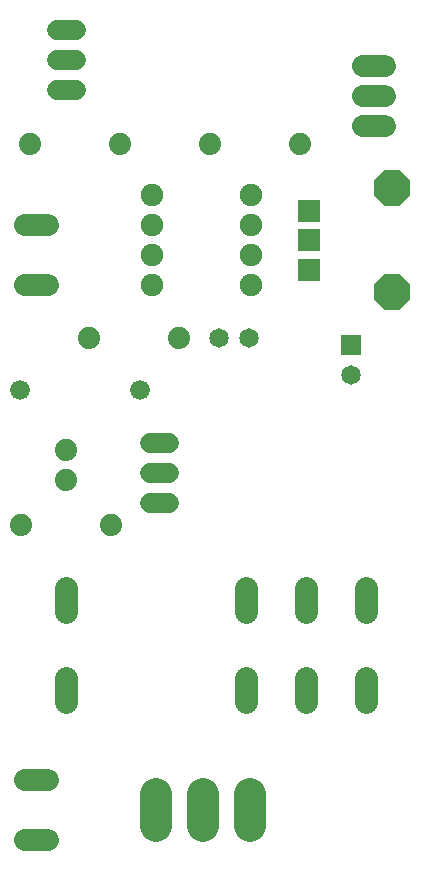
<source format=gbr>
G04 EAGLE Gerber RS-274X export*
G75*
%MOMM*%
%FSLAX34Y34*%
%LPD*%
%INTop Copper*%
%IPPOS*%
%AMOC8*
5,1,8,0,0,1.08239X$1,22.5*%
G01*
%ADD10R,1.651000X1.651000*%
%ADD11C,1.651000*%
%ADD12C,2.705100*%
%ADD13C,1.676400*%
%ADD14C,1.879600*%
%ADD15C,1.905000*%
%ADD16C,1.879600*%
%ADD17C,1.981200*%
%ADD18C,1.676400*%
%ADD19R,1.879600X1.879600*%
%ADD20P,3.247170X8X202.500000*%


D10*
X304800Y457000D03*
D11*
X304800Y432000D03*
X193040Y463550D03*
X218440Y463550D03*
D12*
X139700Y77026D02*
X139700Y49975D01*
X179324Y49975D02*
X179324Y77026D01*
X218948Y77026D02*
X218948Y49975D01*
D13*
X125730Y419100D03*
X24130Y419100D03*
D14*
X63500Y342900D03*
X63500Y368300D03*
D15*
X135890Y584200D03*
X135890Y558800D03*
X135890Y533400D03*
X135890Y508000D03*
X219710Y508000D03*
X219710Y533400D03*
X219710Y558800D03*
X219710Y584200D03*
D16*
X47498Y88900D02*
X28702Y88900D01*
X28702Y38100D02*
X47498Y38100D01*
X47498Y558800D02*
X28702Y558800D01*
X28702Y508000D02*
X47498Y508000D01*
X314452Y693420D02*
X333248Y693420D01*
X333248Y668020D02*
X314452Y668020D01*
X314452Y642620D02*
X333248Y642620D01*
D17*
X63500Y175006D02*
X63500Y155194D01*
X63500Y231394D02*
X63500Y251206D01*
X266700Y251206D02*
X266700Y231394D01*
X215900Y175006D02*
X215900Y155194D01*
X317500Y155194D02*
X317500Y175006D01*
X266700Y175006D02*
X266700Y155194D01*
X215900Y231394D02*
X215900Y251206D01*
X317500Y251206D02*
X317500Y231394D01*
D18*
X71882Y723900D02*
X55118Y723900D01*
X55118Y698500D02*
X71882Y698500D01*
X71882Y673100D02*
X55118Y673100D01*
X133858Y374650D02*
X150622Y374650D01*
X150622Y349250D02*
X133858Y349250D01*
X133858Y323850D02*
X150622Y323850D01*
D14*
X25400Y304800D03*
X101600Y304800D03*
X185420Y627380D03*
X261620Y627380D03*
X158750Y463550D03*
X82550Y463550D03*
X33020Y627380D03*
X109220Y627380D03*
D19*
X269090Y571100D03*
X269090Y546100D03*
X269090Y521100D03*
D20*
X339090Y590100D03*
X339090Y502100D03*
M02*

</source>
